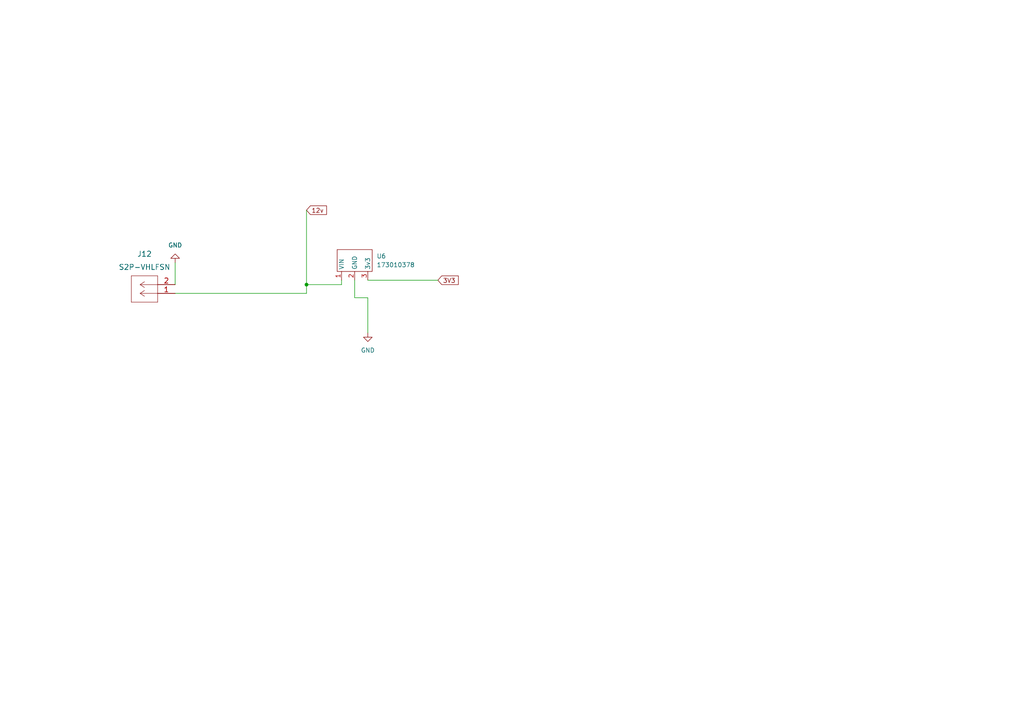
<source format=kicad_sch>
(kicad_sch (version 20211123) (generator eeschema)
  (paper "A4")
  (lib_symbols
    (symbol "Hydro_Library:173010378"
      (property "Reference" "U5" (at 11.43 -1.9049 0))
      (property "Value" "173010378" (at 11.43 -4.4449 0))
      (symbol "173010378_0_1"
        (rectangle (start 0 0) (end 10.16 -6.35))
      )
      (symbol "173010378_1_1"
        (pin input line (at 1.27 -8.89 90) (length 2.54) (name "VIN") (number "1"))
        (pin output line (at 5.08 -8.89 90) (length 2.54) (name "GND") (number "2"))
        (pin output line (at 8.89 -8.89 90) (length 2.54) (name "3v3") (number "3"))
      )
    )
    (symbol "S2P-VH(LF)(SN):S2P-VHLFSN" (pin_names (offset 0.254) hide)
      (property "Reference" "J" (at 8.89 6.35 0))
      (property "Value" "S2P-VHLFSN" (at 10.16 0 0))
      (symbol "S2P-VHLFSN_1_1"
        (polyline (pts (xy 5.08 -5.08) (xy 12.7 -5.08)) (stroke (width 0.127)))
        (polyline (pts (xy 5.08 2.54) (xy 5.08 -5.08)) (stroke (width 0.127)))
        (polyline (pts (xy 10.16 -2.54) (xy 5.08 -2.54)) (stroke (width 0.127)))
        (polyline (pts (xy 10.16 -2.54) (xy 8.89 -3.3782)) (stroke (width 0.127)))
        (polyline (pts (xy 10.16 -2.54) (xy 8.89 -1.7018)) (stroke (width 0.127)))
        (polyline (pts (xy 10.16 0) (xy 5.08 0)) (stroke (width 0.127)))
        (polyline (pts (xy 10.16 0) (xy 8.89 -0.8382)) (stroke (width 0.127)))
        (polyline (pts (xy 10.16 0) (xy 8.89 0.8382)) (stroke (width 0.127)))
        (polyline (pts (xy 12.7 -5.08) (xy 12.7 2.54)) (stroke (width 0.127)))
        (polyline (pts (xy 12.7 2.54) (xy 5.08 2.54)) (stroke (width 0.127)))
        (pin unspecified line (at 0 0 0) (length 5.08) (name "1") (number "1"))
        (pin unspecified line (at 0 -2.54 0) (length 5.08) (name "2") (number "2"))
      )
    )
    (symbol "power:GND" (power) (pin_names (offset 0))
      (property "Value" "GND" (at 0 -3.81 0))
      (symbol "GND_0_1"
        (polyline (pts (xy 0 0) (xy 0 -1.27) (xy 1.27 -1.27) (xy 0 -2.54) (xy -1.27 -1.27) (xy 0 -1.27)))
      )
      (symbol "GND_1_1"
        (pin power_in line (at 0 0 270) (length 0) hide (name "GND") (number "1"))
      )
    )
  )
  (junction (at 88.9 82.55))
  (wire (pts (xy 102.87 86.36) (xy 106.68 86.36)))
  (wire (pts (xy 50.8 85.09) (xy 88.9 85.09)))
  (wire (pts (xy 99.06 81.28) (xy 99.06 82.55)))
  (wire (pts (xy 106.68 86.36) (xy 106.68 96.52)))
  (wire (pts (xy 106.68 81.28) (xy 127 81.28)))
  (wire (pts (xy 88.9 60.96) (xy 88.9 82.55)))
  (wire (pts (xy 50.8 76.2) (xy 50.8 82.55)))
  (wire (pts (xy 102.87 81.28) (xy 102.87 86.36)))
  (wire (pts (xy 88.9 82.55) (xy 99.06 82.55)))
  (wire (pts (xy 88.9 85.09) (xy 88.9 82.55)))
  (global_label "3V3" (shape input) (at 127 81.28 0) (property "Intersheet References" "${INTERSHEET_REFS}" (effects hide)))
  (global_label "12v" (shape input) (at 88.9 60.96 0) (property "Intersheet References" "${INTERSHEET_REFS}" (effects hide)))
  (symbol (lib_id "power:GND") (at 50.8 76.2 180) (unit 1)
    (property "Reference" "#PWR024" (effects hide))
    (property "Value" "GND" (at 50.8 71.12 0))
  )
  (symbol (lib_id "power:GND") (at 106.68 96.52 0) (unit 1)
    (property "Reference" "#PWR025" (effects hide))
    (property "Value" "GND" (at 106.68 101.6 0))
  )
  (symbol (lib_id "Hydro_Library:173010378") (at 97.79 72.39 0) (unit 1)
    (property "Reference" "U6" (at 109.22 74.2949 0) (effects (justify left)))
    (property "Value" "173010378" (at 109.22 76.8349 0) (effects (justify left)))
    (property "Footprint" "Hydro:173010378" (effects hide))
  )
  (symbol (lib_id "S2P-VH(LF)(SN):S2P-VHLFSN") (at 50.8 85.09 180) (unit 1)
    (property "Reference" "J12" (at 41.91 73.66 0) (effects (font (size 1.524 1.524))))
    (property "Value" "S2P-VHLFSN" (at 41.91 77.47 0) (effects (font (size 1.524 1.524))))
    (property "Footprint" "Hydro:S2P-VHLFSN" (effects hide))
  )
)
</source>
